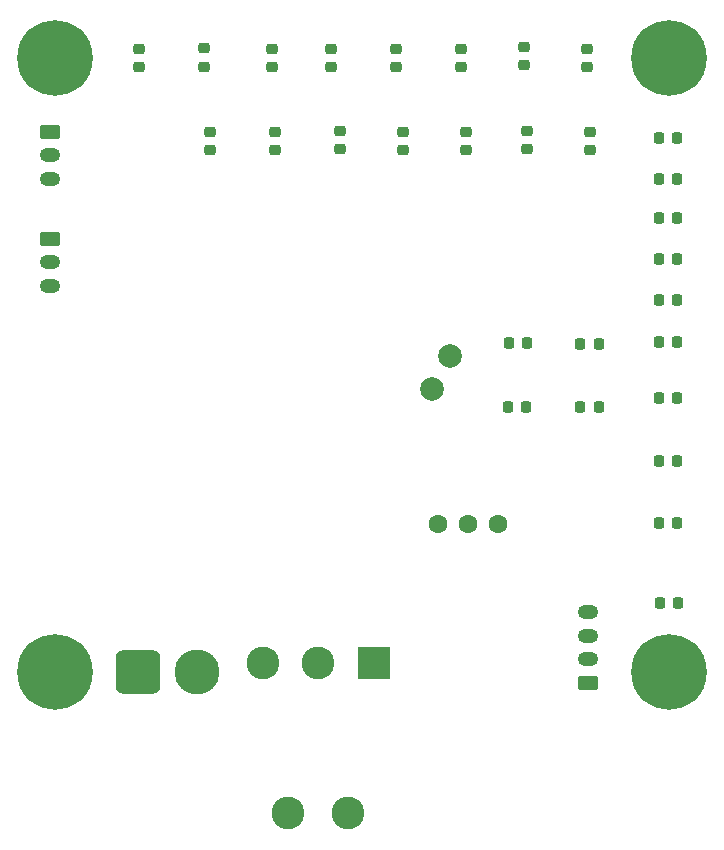
<source format=gbr>
%TF.GenerationSoftware,KiCad,Pcbnew,9.0.7*%
%TF.CreationDate,2026-02-05T13:38:50+01:00*%
%TF.ProjectId,PCB_Aquarium_v2,5043425f-4171-4756-9172-69756d5f7632,rev?*%
%TF.SameCoordinates,Original*%
%TF.FileFunction,Soldermask,Bot*%
%TF.FilePolarity,Negative*%
%FSLAX46Y46*%
G04 Gerber Fmt 4.6, Leading zero omitted, Abs format (unit mm)*
G04 Created by KiCad (PCBNEW 9.0.7) date 2026-02-05 13:38:50*
%MOMM*%
%LPD*%
G01*
G04 APERTURE LIST*
G04 Aperture macros list*
%AMRoundRect*
0 Rectangle with rounded corners*
0 $1 Rounding radius*
0 $2 $3 $4 $5 $6 $7 $8 $9 X,Y pos of 4 corners*
0 Add a 4 corners polygon primitive as box body*
4,1,4,$2,$3,$4,$5,$6,$7,$8,$9,$2,$3,0*
0 Add four circle primitives for the rounded corners*
1,1,$1+$1,$2,$3*
1,1,$1+$1,$4,$5*
1,1,$1+$1,$6,$7*
1,1,$1+$1,$8,$9*
0 Add four rect primitives between the rounded corners*
20,1,$1+$1,$2,$3,$4,$5,0*
20,1,$1+$1,$4,$5,$6,$7,0*
20,1,$1+$1,$6,$7,$8,$9,0*
20,1,$1+$1,$8,$9,$2,$3,0*%
G04 Aperture macros list end*
%ADD10C,2.000000*%
%ADD11C,2.775000*%
%ADD12R,2.775000X2.775000*%
%ADD13RoundRect,0.760000X-1.140000X-1.140000X1.140000X-1.140000X1.140000X1.140000X-1.140000X1.140000X0*%
%ADD14C,3.800000*%
%ADD15C,0.800000*%
%ADD16C,6.400000*%
%ADD17RoundRect,0.250000X-0.625000X0.350000X-0.625000X-0.350000X0.625000X-0.350000X0.625000X0.350000X0*%
%ADD18O,1.750000X1.200000*%
%ADD19C,1.600000*%
%ADD20RoundRect,0.250000X0.625000X-0.350000X0.625000X0.350000X-0.625000X0.350000X-0.625000X-0.350000X0*%
%ADD21RoundRect,0.225000X0.225000X0.250000X-0.225000X0.250000X-0.225000X-0.250000X0.225000X-0.250000X0*%
%ADD22RoundRect,0.225000X0.250000X-0.225000X0.250000X0.225000X-0.250000X0.225000X-0.250000X-0.225000X0*%
%ADD23RoundRect,0.225000X-0.225000X-0.250000X0.225000X-0.250000X0.225000X0.250000X-0.225000X0.250000X0*%
G04 APERTURE END LIST*
D10*
%TO.C,TP102*%
X185900000Y-92050000D03*
%TD*%
%TO.C,TP101*%
X187430000Y-89250000D03*
%TD*%
D11*
%TO.C,SW102*%
X173760250Y-127950000D03*
X178840250Y-127950000D03*
X171600250Y-115250000D03*
X176300250Y-115250000D03*
D12*
X181000250Y-115250000D03*
%TD*%
D13*
%TO.C,J103*%
X161000000Y-116000000D03*
D14*
X166000000Y-116000000D03*
%TD*%
D15*
%TO.C,H103*%
X203600000Y-116000000D03*
X204302944Y-114302944D03*
X204302944Y-117697056D03*
X206000000Y-113600000D03*
D16*
X206000000Y-116000000D03*
D15*
X206000000Y-118400000D03*
X207697056Y-114302944D03*
X207697056Y-117697056D03*
X208400000Y-116000000D03*
%TD*%
%TO.C,H104*%
X151600000Y-116000000D03*
X152302944Y-114302944D03*
X152302944Y-117697056D03*
X154000000Y-113600000D03*
D16*
X154000000Y-116000000D03*
D15*
X154000000Y-118400000D03*
X155697056Y-114302944D03*
X155697056Y-117697056D03*
X156400000Y-116000000D03*
%TD*%
%TO.C,H101*%
X151600000Y-64000000D03*
X152302944Y-62302944D03*
X152302944Y-65697056D03*
X154000000Y-61600000D03*
D16*
X154000000Y-64000000D03*
D15*
X154000000Y-66400000D03*
X155697056Y-62302944D03*
X155697056Y-65697056D03*
X156400000Y-64000000D03*
%TD*%
D17*
%TO.C,J102*%
X153550000Y-79300000D03*
D18*
X153550000Y-81300001D03*
X153550000Y-83300000D03*
%TD*%
D15*
%TO.C,H102*%
X203600000Y-64000000D03*
X204302944Y-62302944D03*
X204302944Y-65697056D03*
X206000000Y-61600000D03*
D16*
X206000000Y-64000000D03*
D15*
X206000000Y-66400000D03*
X207697056Y-62302944D03*
X207697056Y-65697056D03*
X208400000Y-64000000D03*
%TD*%
D19*
%TO.C,U301*%
X186460000Y-103450000D03*
X189000000Y-103450000D03*
X191540000Y-103450000D03*
%TD*%
D17*
%TO.C,J805*%
X153550000Y-70250001D03*
D18*
X153550000Y-72250002D03*
X153550000Y-74250001D03*
%TD*%
D20*
%TO.C,J104*%
X199100000Y-116900000D03*
D18*
X199100000Y-114900000D03*
X199100000Y-112900000D03*
X199100000Y-110900000D03*
%TD*%
D21*
%TO.C,C202*%
X193975000Y-88150000D03*
X192425000Y-88150000D03*
%TD*%
%TO.C,C605*%
X206675000Y-84500000D03*
X205125000Y-84500000D03*
%TD*%
D22*
%TO.C,C903*%
X182900000Y-64775000D03*
X182900000Y-63225000D03*
%TD*%
D21*
%TO.C,C403*%
X206675000Y-92800000D03*
X205125000Y-92800000D03*
%TD*%
%TO.C,C401*%
X206675000Y-98100000D03*
X205125000Y-98100000D03*
%TD*%
%TO.C,C602*%
X206675000Y-74200000D03*
X205125000Y-74200000D03*
%TD*%
%TO.C,C606*%
X206675000Y-88000000D03*
X205125000Y-88000000D03*
%TD*%
D22*
%TO.C,C911*%
X193700000Y-64575000D03*
X193700000Y-63025000D03*
%TD*%
%TO.C,C905*%
X194000000Y-71725000D03*
X194000000Y-70175000D03*
%TD*%
D21*
%TO.C,C604*%
X206675000Y-81000000D03*
X205125000Y-81000000D03*
%TD*%
D22*
%TO.C,C904*%
X199300000Y-71825000D03*
X199300000Y-70275000D03*
%TD*%
D21*
%TO.C,C204*%
X200025000Y-88250000D03*
X198475000Y-88250000D03*
%TD*%
D22*
%TO.C,C807*%
X167100000Y-71775000D03*
X167100000Y-70225000D03*
%TD*%
%TO.C,C809*%
X161080000Y-64775000D03*
X161080000Y-63225000D03*
%TD*%
%TO.C,C902*%
X177400000Y-64775000D03*
X177400000Y-63225000D03*
%TD*%
%TO.C,C910*%
X188400000Y-64775000D03*
X188400000Y-63225000D03*
%TD*%
D21*
%TO.C,C601*%
X206675000Y-70800000D03*
X205125000Y-70800000D03*
%TD*%
%TO.C,C402*%
X206675000Y-103400000D03*
X205125000Y-103400000D03*
%TD*%
%TO.C,C201*%
X200025000Y-93550000D03*
X198475000Y-93550000D03*
%TD*%
D22*
%TO.C,C808*%
X166600000Y-64725000D03*
X166600000Y-63175000D03*
%TD*%
D23*
%TO.C,C101*%
X205225000Y-110100000D03*
X206775000Y-110100000D03*
%TD*%
D22*
%TO.C,C906*%
X183500000Y-71775000D03*
X183500000Y-70225000D03*
%TD*%
D21*
%TO.C,C203*%
X193875000Y-93550000D03*
X192325000Y-93550000D03*
%TD*%
D22*
%TO.C,C909*%
X188800000Y-71775000D03*
X188800000Y-70225000D03*
%TD*%
%TO.C,C907*%
X178150000Y-71725000D03*
X178150000Y-70175000D03*
%TD*%
%TO.C,C912*%
X199000000Y-64775000D03*
X199000000Y-63225000D03*
%TD*%
D21*
%TO.C,C603*%
X206675000Y-77500000D03*
X205125000Y-77500000D03*
%TD*%
D22*
%TO.C,C901*%
X172400000Y-64775000D03*
X172400000Y-63225000D03*
%TD*%
%TO.C,C908*%
X172650000Y-71775000D03*
X172650000Y-70225000D03*
%TD*%
M02*

</source>
